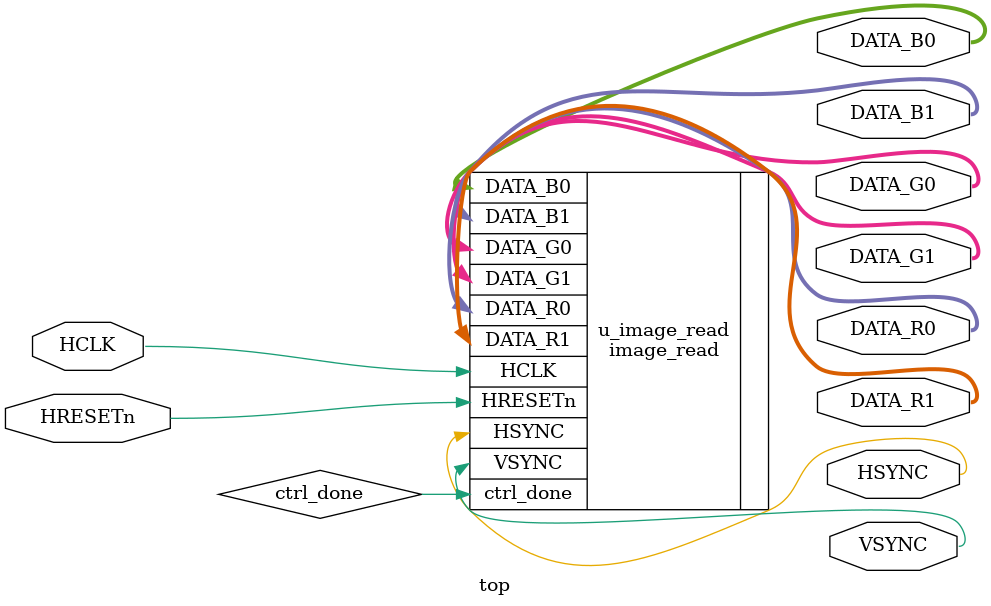
<source format=v>
module top (
    input HCLK,
    input HRESETn,
    output [7:0] DATA_R0,
    output [7:0] DATA_G0,
    output [7:0] DATA_B0,
    output [7:0] DATA_R1,
    output [7:0] DATA_G1,
    output [7:0] DATA_B1,
    output HSYNC,
    output VSYNC
);

wire ctrl_done;

image_read u_image_read (
    .HCLK(HCLK),
    .HRESETn(HRESETn),
    .VSYNC(VSYNC),
    .HSYNC(HSYNC),
    .DATA_R0(DATA_R0),
    .DATA_G0(DATA_G0),
    .DATA_B0(DATA_B0),
    .DATA_R1(DATA_R1),
    .DATA_G1(DATA_G1),
    .DATA_B1(DATA_B1),
    .ctrl_done(ctrl_done)
);
endmodule


</source>
